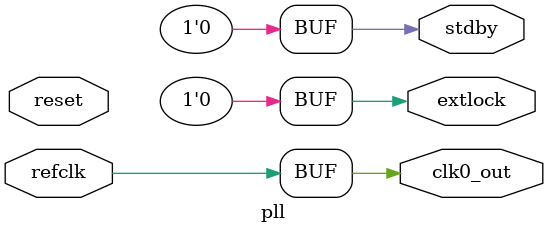
<source format=v>
/*
 * My RISC-V RV32I CPU
 *   PLL Dummy Module for Verilog Simulation
 *    Verilog code
 * @auther		Yoshiki Kurokawa <yoshiki.k963@gmail.com>
 * @copylight	2021 Yoshiki Kurokawa
 * @license		https://opensource.org/licenses/MIT     MIT license
 * @version		0.1
 */

module pll(
	input refclk,
	input reset,
	output stdby,
	output extlock,
	output clk0_out

	);

assign stdby = 1'b0;
assign extlock = 1'b0;
assign clk0_out = refclk;

endmodule

</source>
